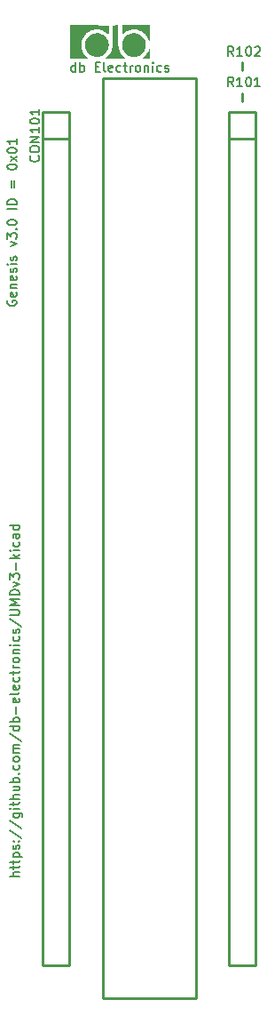
<source format=gto>
G04 #@! TF.GenerationSoftware,KiCad,Pcbnew,(6.0.5)*
G04 #@! TF.CreationDate,2022-08-23T14:59:46-04:00*
G04 #@! TF.ProjectId,genesis-umd,67656e65-7369-4732-9d75-6d642e6b6963,2.2*
G04 #@! TF.SameCoordinates,Original*
G04 #@! TF.FileFunction,Legend,Top*
G04 #@! TF.FilePolarity,Positive*
%FSLAX46Y46*%
G04 Gerber Fmt 4.6, Leading zero omitted, Abs format (unit mm)*
G04 Created by KiCad (PCBNEW (6.0.5)) date 2022-08-23 14:59:46*
%MOMM*%
%LPD*%
G01*
G04 APERTURE LIST*
%ADD10C,0.152400*%
%ADD11C,0.203200*%
%ADD12C,0.010000*%
%ADD13C,0.254000*%
G04 APERTURE END LIST*
D10*
X137752666Y-60981166D02*
X137752666Y-60092166D01*
X137752666Y-60938833D02*
X137668000Y-60981166D01*
X137498666Y-60981166D01*
X137414000Y-60938833D01*
X137371666Y-60896500D01*
X137329333Y-60811833D01*
X137329333Y-60557833D01*
X137371666Y-60473166D01*
X137414000Y-60430833D01*
X137498666Y-60388500D01*
X137668000Y-60388500D01*
X137752666Y-60430833D01*
X138176000Y-60981166D02*
X138176000Y-60092166D01*
X138176000Y-60430833D02*
X138260666Y-60388500D01*
X138430000Y-60388500D01*
X138514666Y-60430833D01*
X138557000Y-60473166D01*
X138599333Y-60557833D01*
X138599333Y-60811833D01*
X138557000Y-60896500D01*
X138514666Y-60938833D01*
X138430000Y-60981166D01*
X138260666Y-60981166D01*
X138176000Y-60938833D01*
X139657666Y-60515500D02*
X139954000Y-60515500D01*
X140081000Y-60981166D02*
X139657666Y-60981166D01*
X139657666Y-60092166D01*
X140081000Y-60092166D01*
X140589000Y-60981166D02*
X140504333Y-60938833D01*
X140462000Y-60854166D01*
X140462000Y-60092166D01*
X141266333Y-60938833D02*
X141181666Y-60981166D01*
X141012333Y-60981166D01*
X140927666Y-60938833D01*
X140885333Y-60854166D01*
X140885333Y-60515500D01*
X140927666Y-60430833D01*
X141012333Y-60388500D01*
X141181666Y-60388500D01*
X141266333Y-60430833D01*
X141308666Y-60515500D01*
X141308666Y-60600166D01*
X140885333Y-60684833D01*
X142070666Y-60938833D02*
X141986000Y-60981166D01*
X141816666Y-60981166D01*
X141732000Y-60938833D01*
X141689666Y-60896500D01*
X141647333Y-60811833D01*
X141647333Y-60557833D01*
X141689666Y-60473166D01*
X141732000Y-60430833D01*
X141816666Y-60388500D01*
X141986000Y-60388500D01*
X142070666Y-60430833D01*
X142324666Y-60388500D02*
X142663333Y-60388500D01*
X142451666Y-60092166D02*
X142451666Y-60854166D01*
X142494000Y-60938833D01*
X142578666Y-60981166D01*
X142663333Y-60981166D01*
X142959666Y-60981166D02*
X142959666Y-60388500D01*
X142959666Y-60557833D02*
X143002000Y-60473166D01*
X143044333Y-60430833D01*
X143129000Y-60388500D01*
X143213666Y-60388500D01*
X143637000Y-60981166D02*
X143552333Y-60938833D01*
X143510000Y-60896500D01*
X143467666Y-60811833D01*
X143467666Y-60557833D01*
X143510000Y-60473166D01*
X143552333Y-60430833D01*
X143637000Y-60388500D01*
X143764000Y-60388500D01*
X143848666Y-60430833D01*
X143891000Y-60473166D01*
X143933333Y-60557833D01*
X143933333Y-60811833D01*
X143891000Y-60896500D01*
X143848666Y-60938833D01*
X143764000Y-60981166D01*
X143637000Y-60981166D01*
X144314333Y-60388500D02*
X144314333Y-60981166D01*
X144314333Y-60473166D02*
X144356666Y-60430833D01*
X144441333Y-60388500D01*
X144568333Y-60388500D01*
X144653000Y-60430833D01*
X144695333Y-60515500D01*
X144695333Y-60981166D01*
X145118666Y-60981166D02*
X145118666Y-60388500D01*
X145118666Y-60092166D02*
X145076333Y-60134500D01*
X145118666Y-60176833D01*
X145161000Y-60134500D01*
X145118666Y-60092166D01*
X145118666Y-60176833D01*
X145923000Y-60938833D02*
X145838333Y-60981166D01*
X145669000Y-60981166D01*
X145584333Y-60938833D01*
X145542000Y-60896500D01*
X145499666Y-60811833D01*
X145499666Y-60557833D01*
X145542000Y-60473166D01*
X145584333Y-60430833D01*
X145669000Y-60388500D01*
X145838333Y-60388500D01*
X145923000Y-60430833D01*
X146261666Y-60938833D02*
X146346333Y-60981166D01*
X146515666Y-60981166D01*
X146600333Y-60938833D01*
X146642666Y-60854166D01*
X146642666Y-60811833D01*
X146600333Y-60727166D01*
X146515666Y-60684833D01*
X146388666Y-60684833D01*
X146304000Y-60642500D01*
X146261666Y-60557833D01*
X146261666Y-60515500D01*
X146304000Y-60430833D01*
X146388666Y-60388500D01*
X146515666Y-60388500D01*
X146600333Y-60430833D01*
X131254500Y-82761666D02*
X131212166Y-82846333D01*
X131212166Y-82973333D01*
X131254500Y-83100333D01*
X131339166Y-83185000D01*
X131423833Y-83227333D01*
X131593166Y-83269666D01*
X131720166Y-83269666D01*
X131889500Y-83227333D01*
X131974166Y-83185000D01*
X132058833Y-83100333D01*
X132101166Y-82973333D01*
X132101166Y-82888666D01*
X132058833Y-82761666D01*
X132016500Y-82719333D01*
X131720166Y-82719333D01*
X131720166Y-82888666D01*
X132058833Y-81999666D02*
X132101166Y-82084333D01*
X132101166Y-82253666D01*
X132058833Y-82338333D01*
X131974166Y-82380666D01*
X131635500Y-82380666D01*
X131550833Y-82338333D01*
X131508500Y-82253666D01*
X131508500Y-82084333D01*
X131550833Y-81999666D01*
X131635500Y-81957333D01*
X131720166Y-81957333D01*
X131804833Y-82380666D01*
X131508500Y-81576333D02*
X132101166Y-81576333D01*
X131593166Y-81576333D02*
X131550833Y-81534000D01*
X131508500Y-81449333D01*
X131508500Y-81322333D01*
X131550833Y-81237666D01*
X131635500Y-81195333D01*
X132101166Y-81195333D01*
X132058833Y-80433333D02*
X132101166Y-80518000D01*
X132101166Y-80687333D01*
X132058833Y-80772000D01*
X131974166Y-80814333D01*
X131635500Y-80814333D01*
X131550833Y-80772000D01*
X131508500Y-80687333D01*
X131508500Y-80518000D01*
X131550833Y-80433333D01*
X131635500Y-80391000D01*
X131720166Y-80391000D01*
X131804833Y-80814333D01*
X132058833Y-80052333D02*
X132101166Y-79967666D01*
X132101166Y-79798333D01*
X132058833Y-79713666D01*
X131974166Y-79671333D01*
X131931833Y-79671333D01*
X131847166Y-79713666D01*
X131804833Y-79798333D01*
X131804833Y-79925333D01*
X131762500Y-80010000D01*
X131677833Y-80052333D01*
X131635500Y-80052333D01*
X131550833Y-80010000D01*
X131508500Y-79925333D01*
X131508500Y-79798333D01*
X131550833Y-79713666D01*
X132101166Y-79290333D02*
X131508500Y-79290333D01*
X131212166Y-79290333D02*
X131254500Y-79332666D01*
X131296833Y-79290333D01*
X131254500Y-79248000D01*
X131212166Y-79290333D01*
X131296833Y-79290333D01*
X132058833Y-78909333D02*
X132101166Y-78824666D01*
X132101166Y-78655333D01*
X132058833Y-78570666D01*
X131974166Y-78528333D01*
X131931833Y-78528333D01*
X131847166Y-78570666D01*
X131804833Y-78655333D01*
X131804833Y-78782333D01*
X131762500Y-78867000D01*
X131677833Y-78909333D01*
X131635500Y-78909333D01*
X131550833Y-78867000D01*
X131508500Y-78782333D01*
X131508500Y-78655333D01*
X131550833Y-78570666D01*
X131508500Y-77554666D02*
X132101166Y-77343000D01*
X131508500Y-77131333D01*
X131212166Y-76877333D02*
X131212166Y-76327000D01*
X131550833Y-76623333D01*
X131550833Y-76496333D01*
X131593166Y-76411666D01*
X131635500Y-76369333D01*
X131720166Y-76327000D01*
X131931833Y-76327000D01*
X132016500Y-76369333D01*
X132058833Y-76411666D01*
X132101166Y-76496333D01*
X132101166Y-76750333D01*
X132058833Y-76835000D01*
X132016500Y-76877333D01*
X132016500Y-75946000D02*
X132058833Y-75903666D01*
X132101166Y-75946000D01*
X132058833Y-75988333D01*
X132016500Y-75946000D01*
X132101166Y-75946000D01*
X131212166Y-75353333D02*
X131212166Y-75268666D01*
X131254500Y-75184000D01*
X131296833Y-75141666D01*
X131381500Y-75099333D01*
X131550833Y-75057000D01*
X131762500Y-75057000D01*
X131931833Y-75099333D01*
X132016500Y-75141666D01*
X132058833Y-75184000D01*
X132101166Y-75268666D01*
X132101166Y-75353333D01*
X132058833Y-75438000D01*
X132016500Y-75480333D01*
X131931833Y-75522666D01*
X131762500Y-75565000D01*
X131550833Y-75565000D01*
X131381500Y-75522666D01*
X131296833Y-75480333D01*
X131254500Y-75438000D01*
X131212166Y-75353333D01*
X132101166Y-73998666D02*
X131212166Y-73998666D01*
X132101166Y-73575333D02*
X131212166Y-73575333D01*
X131212166Y-73363666D01*
X131254500Y-73236666D01*
X131339166Y-73152000D01*
X131423833Y-73109666D01*
X131593166Y-73067333D01*
X131720166Y-73067333D01*
X131889500Y-73109666D01*
X131974166Y-73152000D01*
X132058833Y-73236666D01*
X132101166Y-73363666D01*
X132101166Y-73575333D01*
X131635500Y-72009000D02*
X131635500Y-71331666D01*
X131889500Y-71331666D02*
X131889500Y-72009000D01*
X131212166Y-70061666D02*
X131212166Y-69977000D01*
X131254500Y-69892333D01*
X131296833Y-69850000D01*
X131381500Y-69807666D01*
X131550833Y-69765333D01*
X131762500Y-69765333D01*
X131931833Y-69807666D01*
X132016500Y-69850000D01*
X132058833Y-69892333D01*
X132101166Y-69977000D01*
X132101166Y-70061666D01*
X132058833Y-70146333D01*
X132016500Y-70188666D01*
X131931833Y-70231000D01*
X131762500Y-70273333D01*
X131550833Y-70273333D01*
X131381500Y-70231000D01*
X131296833Y-70188666D01*
X131254500Y-70146333D01*
X131212166Y-70061666D01*
X132101166Y-69469000D02*
X131508500Y-69003333D01*
X131508500Y-69469000D02*
X132101166Y-69003333D01*
X131212166Y-68495333D02*
X131212166Y-68410666D01*
X131254500Y-68326000D01*
X131296833Y-68283666D01*
X131381500Y-68241333D01*
X131550833Y-68199000D01*
X131762500Y-68199000D01*
X131931833Y-68241333D01*
X132016500Y-68283666D01*
X132058833Y-68326000D01*
X132101166Y-68410666D01*
X132101166Y-68495333D01*
X132058833Y-68580000D01*
X132016500Y-68622333D01*
X131931833Y-68664666D01*
X131762500Y-68707000D01*
X131550833Y-68707000D01*
X131381500Y-68664666D01*
X131296833Y-68622333D01*
X131254500Y-68580000D01*
X131212166Y-68495333D01*
X132101166Y-67352333D02*
X132101166Y-67860333D01*
X132101166Y-67606333D02*
X131212166Y-67606333D01*
X131339166Y-67691000D01*
X131423833Y-67775666D01*
X131466166Y-67860333D01*
X132355166Y-137604500D02*
X131466166Y-137604500D01*
X132355166Y-137223500D02*
X131889500Y-137223500D01*
X131804833Y-137265833D01*
X131762500Y-137350500D01*
X131762500Y-137477500D01*
X131804833Y-137562166D01*
X131847166Y-137604500D01*
X131762500Y-136927166D02*
X131762500Y-136588500D01*
X131466166Y-136800166D02*
X132228166Y-136800166D01*
X132312833Y-136757833D01*
X132355166Y-136673166D01*
X132355166Y-136588500D01*
X131762500Y-136419166D02*
X131762500Y-136080500D01*
X131466166Y-136292166D02*
X132228166Y-136292166D01*
X132312833Y-136249833D01*
X132355166Y-136165166D01*
X132355166Y-136080500D01*
X131762500Y-135784166D02*
X132651500Y-135784166D01*
X131804833Y-135784166D02*
X131762500Y-135699500D01*
X131762500Y-135530166D01*
X131804833Y-135445500D01*
X131847166Y-135403166D01*
X131931833Y-135360833D01*
X132185833Y-135360833D01*
X132270500Y-135403166D01*
X132312833Y-135445500D01*
X132355166Y-135530166D01*
X132355166Y-135699500D01*
X132312833Y-135784166D01*
X132312833Y-135022166D02*
X132355166Y-134937500D01*
X132355166Y-134768166D01*
X132312833Y-134683500D01*
X132228166Y-134641166D01*
X132185833Y-134641166D01*
X132101166Y-134683500D01*
X132058833Y-134768166D01*
X132058833Y-134895166D01*
X132016500Y-134979833D01*
X131931833Y-135022166D01*
X131889500Y-135022166D01*
X131804833Y-134979833D01*
X131762500Y-134895166D01*
X131762500Y-134768166D01*
X131804833Y-134683500D01*
X132270500Y-134260166D02*
X132312833Y-134217833D01*
X132355166Y-134260166D01*
X132312833Y-134302500D01*
X132270500Y-134260166D01*
X132355166Y-134260166D01*
X131804833Y-134260166D02*
X131847166Y-134217833D01*
X131889500Y-134260166D01*
X131847166Y-134302500D01*
X131804833Y-134260166D01*
X131889500Y-134260166D01*
X131423833Y-133201833D02*
X132566833Y-133963833D01*
X131423833Y-132270500D02*
X132566833Y-133032500D01*
X131762500Y-131593166D02*
X132482166Y-131593166D01*
X132566833Y-131635500D01*
X132609166Y-131677833D01*
X132651500Y-131762500D01*
X132651500Y-131889500D01*
X132609166Y-131974166D01*
X132312833Y-131593166D02*
X132355166Y-131677833D01*
X132355166Y-131847166D01*
X132312833Y-131931833D01*
X132270500Y-131974166D01*
X132185833Y-132016500D01*
X131931833Y-132016500D01*
X131847166Y-131974166D01*
X131804833Y-131931833D01*
X131762500Y-131847166D01*
X131762500Y-131677833D01*
X131804833Y-131593166D01*
X132355166Y-131169833D02*
X131762500Y-131169833D01*
X131466166Y-131169833D02*
X131508500Y-131212166D01*
X131550833Y-131169833D01*
X131508500Y-131127500D01*
X131466166Y-131169833D01*
X131550833Y-131169833D01*
X131762500Y-130873500D02*
X131762500Y-130534833D01*
X131466166Y-130746500D02*
X132228166Y-130746500D01*
X132312833Y-130704166D01*
X132355166Y-130619500D01*
X132355166Y-130534833D01*
X132355166Y-130238500D02*
X131466166Y-130238500D01*
X132355166Y-129857500D02*
X131889500Y-129857500D01*
X131804833Y-129899833D01*
X131762500Y-129984500D01*
X131762500Y-130111500D01*
X131804833Y-130196166D01*
X131847166Y-130238500D01*
X131762500Y-129053166D02*
X132355166Y-129053166D01*
X131762500Y-129434166D02*
X132228166Y-129434166D01*
X132312833Y-129391833D01*
X132355166Y-129307166D01*
X132355166Y-129180166D01*
X132312833Y-129095500D01*
X132270500Y-129053166D01*
X132355166Y-128629833D02*
X131466166Y-128629833D01*
X131804833Y-128629833D02*
X131762500Y-128545166D01*
X131762500Y-128375833D01*
X131804833Y-128291166D01*
X131847166Y-128248833D01*
X131931833Y-128206500D01*
X132185833Y-128206500D01*
X132270500Y-128248833D01*
X132312833Y-128291166D01*
X132355166Y-128375833D01*
X132355166Y-128545166D01*
X132312833Y-128629833D01*
X132270500Y-127825500D02*
X132312833Y-127783166D01*
X132355166Y-127825500D01*
X132312833Y-127867833D01*
X132270500Y-127825500D01*
X132355166Y-127825500D01*
X132312833Y-127021166D02*
X132355166Y-127105833D01*
X132355166Y-127275166D01*
X132312833Y-127359833D01*
X132270500Y-127402166D01*
X132185833Y-127444500D01*
X131931833Y-127444500D01*
X131847166Y-127402166D01*
X131804833Y-127359833D01*
X131762500Y-127275166D01*
X131762500Y-127105833D01*
X131804833Y-127021166D01*
X132355166Y-126513166D02*
X132312833Y-126597833D01*
X132270500Y-126640166D01*
X132185833Y-126682500D01*
X131931833Y-126682500D01*
X131847166Y-126640166D01*
X131804833Y-126597833D01*
X131762500Y-126513166D01*
X131762500Y-126386166D01*
X131804833Y-126301500D01*
X131847166Y-126259166D01*
X131931833Y-126216833D01*
X132185833Y-126216833D01*
X132270500Y-126259166D01*
X132312833Y-126301500D01*
X132355166Y-126386166D01*
X132355166Y-126513166D01*
X132355166Y-125835833D02*
X131762500Y-125835833D01*
X131847166Y-125835833D02*
X131804833Y-125793500D01*
X131762500Y-125708833D01*
X131762500Y-125581833D01*
X131804833Y-125497166D01*
X131889500Y-125454833D01*
X132355166Y-125454833D01*
X131889500Y-125454833D02*
X131804833Y-125412500D01*
X131762500Y-125327833D01*
X131762500Y-125200833D01*
X131804833Y-125116166D01*
X131889500Y-125073833D01*
X132355166Y-125073833D01*
X131423833Y-124015500D02*
X132566833Y-124777500D01*
X132355166Y-123338166D02*
X131466166Y-123338166D01*
X132312833Y-123338166D02*
X132355166Y-123422833D01*
X132355166Y-123592166D01*
X132312833Y-123676833D01*
X132270500Y-123719166D01*
X132185833Y-123761500D01*
X131931833Y-123761500D01*
X131847166Y-123719166D01*
X131804833Y-123676833D01*
X131762500Y-123592166D01*
X131762500Y-123422833D01*
X131804833Y-123338166D01*
X132355166Y-122914833D02*
X131466166Y-122914833D01*
X131804833Y-122914833D02*
X131762500Y-122830166D01*
X131762500Y-122660833D01*
X131804833Y-122576166D01*
X131847166Y-122533833D01*
X131931833Y-122491500D01*
X132185833Y-122491500D01*
X132270500Y-122533833D01*
X132312833Y-122576166D01*
X132355166Y-122660833D01*
X132355166Y-122830166D01*
X132312833Y-122914833D01*
X132016500Y-122110500D02*
X132016500Y-121433166D01*
X132312833Y-120671166D02*
X132355166Y-120755833D01*
X132355166Y-120925166D01*
X132312833Y-121009833D01*
X132228166Y-121052166D01*
X131889500Y-121052166D01*
X131804833Y-121009833D01*
X131762500Y-120925166D01*
X131762500Y-120755833D01*
X131804833Y-120671166D01*
X131889500Y-120628833D01*
X131974166Y-120628833D01*
X132058833Y-121052166D01*
X132355166Y-120120833D02*
X132312833Y-120205500D01*
X132228166Y-120247833D01*
X131466166Y-120247833D01*
X132312833Y-119443500D02*
X132355166Y-119528166D01*
X132355166Y-119697500D01*
X132312833Y-119782166D01*
X132228166Y-119824500D01*
X131889500Y-119824500D01*
X131804833Y-119782166D01*
X131762500Y-119697500D01*
X131762500Y-119528166D01*
X131804833Y-119443500D01*
X131889500Y-119401166D01*
X131974166Y-119401166D01*
X132058833Y-119824500D01*
X132312833Y-118639166D02*
X132355166Y-118723833D01*
X132355166Y-118893166D01*
X132312833Y-118977833D01*
X132270500Y-119020166D01*
X132185833Y-119062500D01*
X131931833Y-119062500D01*
X131847166Y-119020166D01*
X131804833Y-118977833D01*
X131762500Y-118893166D01*
X131762500Y-118723833D01*
X131804833Y-118639166D01*
X131762500Y-118385166D02*
X131762500Y-118046500D01*
X131466166Y-118258166D02*
X132228166Y-118258166D01*
X132312833Y-118215833D01*
X132355166Y-118131166D01*
X132355166Y-118046500D01*
X132355166Y-117750166D02*
X131762500Y-117750166D01*
X131931833Y-117750166D02*
X131847166Y-117707833D01*
X131804833Y-117665500D01*
X131762500Y-117580833D01*
X131762500Y-117496166D01*
X132355166Y-117072833D02*
X132312833Y-117157500D01*
X132270500Y-117199833D01*
X132185833Y-117242166D01*
X131931833Y-117242166D01*
X131847166Y-117199833D01*
X131804833Y-117157500D01*
X131762500Y-117072833D01*
X131762500Y-116945833D01*
X131804833Y-116861166D01*
X131847166Y-116818833D01*
X131931833Y-116776500D01*
X132185833Y-116776500D01*
X132270500Y-116818833D01*
X132312833Y-116861166D01*
X132355166Y-116945833D01*
X132355166Y-117072833D01*
X131762500Y-116395500D02*
X132355166Y-116395500D01*
X131847166Y-116395500D02*
X131804833Y-116353166D01*
X131762500Y-116268500D01*
X131762500Y-116141500D01*
X131804833Y-116056833D01*
X131889500Y-116014500D01*
X132355166Y-116014500D01*
X132355166Y-115591166D02*
X131762500Y-115591166D01*
X131466166Y-115591166D02*
X131508500Y-115633500D01*
X131550833Y-115591166D01*
X131508500Y-115548833D01*
X131466166Y-115591166D01*
X131550833Y-115591166D01*
X132312833Y-114786833D02*
X132355166Y-114871500D01*
X132355166Y-115040833D01*
X132312833Y-115125500D01*
X132270500Y-115167833D01*
X132185833Y-115210166D01*
X131931833Y-115210166D01*
X131847166Y-115167833D01*
X131804833Y-115125500D01*
X131762500Y-115040833D01*
X131762500Y-114871500D01*
X131804833Y-114786833D01*
X132312833Y-114448166D02*
X132355166Y-114363500D01*
X132355166Y-114194166D01*
X132312833Y-114109500D01*
X132228166Y-114067166D01*
X132185833Y-114067166D01*
X132101166Y-114109500D01*
X132058833Y-114194166D01*
X132058833Y-114321166D01*
X132016500Y-114405833D01*
X131931833Y-114448166D01*
X131889500Y-114448166D01*
X131804833Y-114405833D01*
X131762500Y-114321166D01*
X131762500Y-114194166D01*
X131804833Y-114109500D01*
X131423833Y-113051166D02*
X132566833Y-113813166D01*
X131466166Y-112754833D02*
X132185833Y-112754833D01*
X132270500Y-112712500D01*
X132312833Y-112670166D01*
X132355166Y-112585500D01*
X132355166Y-112416166D01*
X132312833Y-112331500D01*
X132270500Y-112289166D01*
X132185833Y-112246833D01*
X131466166Y-112246833D01*
X132355166Y-111823500D02*
X131466166Y-111823500D01*
X132101166Y-111527166D01*
X131466166Y-111230833D01*
X132355166Y-111230833D01*
X132355166Y-110807500D02*
X131466166Y-110807500D01*
X131466166Y-110595833D01*
X131508500Y-110468833D01*
X131593166Y-110384166D01*
X131677833Y-110341833D01*
X131847166Y-110299500D01*
X131974166Y-110299500D01*
X132143500Y-110341833D01*
X132228166Y-110384166D01*
X132312833Y-110468833D01*
X132355166Y-110595833D01*
X132355166Y-110807500D01*
X131762500Y-110003166D02*
X132355166Y-109791500D01*
X131762500Y-109579833D01*
X131466166Y-109325833D02*
X131466166Y-108775500D01*
X131804833Y-109071833D01*
X131804833Y-108944833D01*
X131847166Y-108860166D01*
X131889500Y-108817833D01*
X131974166Y-108775500D01*
X132185833Y-108775500D01*
X132270500Y-108817833D01*
X132312833Y-108860166D01*
X132355166Y-108944833D01*
X132355166Y-109198833D01*
X132312833Y-109283500D01*
X132270500Y-109325833D01*
X132016500Y-108394500D02*
X132016500Y-107717166D01*
X132355166Y-107293833D02*
X131466166Y-107293833D01*
X132016500Y-107209166D02*
X132355166Y-106955166D01*
X131762500Y-106955166D02*
X132101166Y-107293833D01*
X132355166Y-106574166D02*
X131762500Y-106574166D01*
X131466166Y-106574166D02*
X131508500Y-106616500D01*
X131550833Y-106574166D01*
X131508500Y-106531833D01*
X131466166Y-106574166D01*
X131550833Y-106574166D01*
X132312833Y-105769833D02*
X132355166Y-105854500D01*
X132355166Y-106023833D01*
X132312833Y-106108500D01*
X132270500Y-106150833D01*
X132185833Y-106193166D01*
X131931833Y-106193166D01*
X131847166Y-106150833D01*
X131804833Y-106108500D01*
X131762500Y-106023833D01*
X131762500Y-105854500D01*
X131804833Y-105769833D01*
X132355166Y-105007833D02*
X131889500Y-105007833D01*
X131804833Y-105050166D01*
X131762500Y-105134833D01*
X131762500Y-105304166D01*
X131804833Y-105388833D01*
X132312833Y-105007833D02*
X132355166Y-105092500D01*
X132355166Y-105304166D01*
X132312833Y-105388833D01*
X132228166Y-105431166D01*
X132143500Y-105431166D01*
X132058833Y-105388833D01*
X132016500Y-105304166D01*
X132016500Y-105092500D01*
X131974166Y-105007833D01*
X132355166Y-104203500D02*
X131466166Y-104203500D01*
X132312833Y-104203500D02*
X132355166Y-104288166D01*
X132355166Y-104457500D01*
X132312833Y-104542166D01*
X132270500Y-104584500D01*
X132185833Y-104626833D01*
X131931833Y-104626833D01*
X131847166Y-104584500D01*
X131804833Y-104542166D01*
X131762500Y-104457500D01*
X131762500Y-104288166D01*
X131804833Y-104203500D01*
D11*
X152802166Y-62378166D02*
X152505833Y-61954833D01*
X152294166Y-62378166D02*
X152294166Y-61489166D01*
X152632833Y-61489166D01*
X152717500Y-61531500D01*
X152759833Y-61573833D01*
X152802166Y-61658500D01*
X152802166Y-61785500D01*
X152759833Y-61870166D01*
X152717500Y-61912500D01*
X152632833Y-61954833D01*
X152294166Y-61954833D01*
X153648833Y-62378166D02*
X153140833Y-62378166D01*
X153394833Y-62378166D02*
X153394833Y-61489166D01*
X153310166Y-61616166D01*
X153225500Y-61700833D01*
X153140833Y-61743166D01*
X154199166Y-61489166D02*
X154283833Y-61489166D01*
X154368500Y-61531500D01*
X154410833Y-61573833D01*
X154453166Y-61658500D01*
X154495500Y-61827833D01*
X154495500Y-62039500D01*
X154453166Y-62208833D01*
X154410833Y-62293500D01*
X154368500Y-62335833D01*
X154283833Y-62378166D01*
X154199166Y-62378166D01*
X154114500Y-62335833D01*
X154072166Y-62293500D01*
X154029833Y-62208833D01*
X153987500Y-62039500D01*
X153987500Y-61827833D01*
X154029833Y-61658500D01*
X154072166Y-61573833D01*
X154114500Y-61531500D01*
X154199166Y-61489166D01*
X155342166Y-62378166D02*
X154834166Y-62378166D01*
X155088166Y-62378166D02*
X155088166Y-61489166D01*
X155003500Y-61616166D01*
X154918833Y-61700833D01*
X154834166Y-61743166D01*
X152802166Y-59457166D02*
X152505833Y-59033833D01*
X152294166Y-59457166D02*
X152294166Y-58568166D01*
X152632833Y-58568166D01*
X152717500Y-58610500D01*
X152759833Y-58652833D01*
X152802166Y-58737500D01*
X152802166Y-58864500D01*
X152759833Y-58949166D01*
X152717500Y-58991500D01*
X152632833Y-59033833D01*
X152294166Y-59033833D01*
X153648833Y-59457166D02*
X153140833Y-59457166D01*
X153394833Y-59457166D02*
X153394833Y-58568166D01*
X153310166Y-58695166D01*
X153225500Y-58779833D01*
X153140833Y-58822166D01*
X154199166Y-58568166D02*
X154283833Y-58568166D01*
X154368500Y-58610500D01*
X154410833Y-58652833D01*
X154453166Y-58737500D01*
X154495500Y-58906833D01*
X154495500Y-59118500D01*
X154453166Y-59287833D01*
X154410833Y-59372500D01*
X154368500Y-59414833D01*
X154283833Y-59457166D01*
X154199166Y-59457166D01*
X154114500Y-59414833D01*
X154072166Y-59372500D01*
X154029833Y-59287833D01*
X153987500Y-59118500D01*
X153987500Y-58906833D01*
X154029833Y-58737500D01*
X154072166Y-58652833D01*
X154114500Y-58610500D01*
X154199166Y-58568166D01*
X154834166Y-58652833D02*
X154876500Y-58610500D01*
X154961166Y-58568166D01*
X155172833Y-58568166D01*
X155257500Y-58610500D01*
X155299833Y-58652833D01*
X155342166Y-58737500D01*
X155342166Y-58822166D01*
X155299833Y-58949166D01*
X154791833Y-59457166D01*
X155342166Y-59457166D01*
X134175500Y-68982166D02*
X134217833Y-69024500D01*
X134260166Y-69151500D01*
X134260166Y-69236166D01*
X134217833Y-69363166D01*
X134133166Y-69447833D01*
X134048500Y-69490166D01*
X133879166Y-69532500D01*
X133752166Y-69532500D01*
X133582833Y-69490166D01*
X133498166Y-69447833D01*
X133413500Y-69363166D01*
X133371166Y-69236166D01*
X133371166Y-69151500D01*
X133413500Y-69024500D01*
X133455833Y-68982166D01*
X133371166Y-68431833D02*
X133371166Y-68262500D01*
X133413500Y-68177833D01*
X133498166Y-68093166D01*
X133667500Y-68050833D01*
X133963833Y-68050833D01*
X134133166Y-68093166D01*
X134217833Y-68177833D01*
X134260166Y-68262500D01*
X134260166Y-68431833D01*
X134217833Y-68516500D01*
X134133166Y-68601166D01*
X133963833Y-68643500D01*
X133667500Y-68643500D01*
X133498166Y-68601166D01*
X133413500Y-68516500D01*
X133371166Y-68431833D01*
X134260166Y-67669833D02*
X133371166Y-67669833D01*
X134260166Y-67161833D01*
X133371166Y-67161833D01*
X134260166Y-66272833D02*
X134260166Y-66780833D01*
X134260166Y-66526833D02*
X133371166Y-66526833D01*
X133498166Y-66611500D01*
X133582833Y-66696166D01*
X133625166Y-66780833D01*
X133371166Y-65722500D02*
X133371166Y-65637833D01*
X133413500Y-65553166D01*
X133455833Y-65510833D01*
X133540500Y-65468500D01*
X133709833Y-65426166D01*
X133921500Y-65426166D01*
X134090833Y-65468500D01*
X134175500Y-65510833D01*
X134217833Y-65553166D01*
X134260166Y-65637833D01*
X134260166Y-65722500D01*
X134217833Y-65807166D01*
X134175500Y-65849500D01*
X134090833Y-65891833D01*
X133921500Y-65934166D01*
X133709833Y-65934166D01*
X133540500Y-65891833D01*
X133455833Y-65849500D01*
X133413500Y-65807166D01*
X133371166Y-65722500D01*
X134260166Y-64579500D02*
X134260166Y-65087500D01*
X134260166Y-64833500D02*
X133371166Y-64833500D01*
X133498166Y-64918166D01*
X133582833Y-65002833D01*
X133625166Y-65087500D01*
G36*
X139008604Y-56550281D02*
G01*
X140818892Y-56552454D01*
X140821135Y-56929149D01*
X140821493Y-57007819D01*
X140821612Y-57080920D01*
X140821505Y-57146709D01*
X140821185Y-57203444D01*
X140820664Y-57249381D01*
X140819955Y-57282779D01*
X140819072Y-57301893D01*
X140818372Y-57305844D01*
X140810184Y-57300468D01*
X140792378Y-57286049D01*
X140768057Y-57265150D01*
X140753820Y-57252531D01*
X140642816Y-57163204D01*
X140519797Y-57082301D01*
X140388653Y-57011901D01*
X140253275Y-56954085D01*
X140117551Y-56910932D01*
X140112577Y-56909645D01*
X140004567Y-56886998D01*
X139888350Y-56871668D01*
X139769179Y-56863928D01*
X139652311Y-56864047D01*
X139542999Y-56872297D01*
X139501536Y-56878101D01*
X139340830Y-56912429D01*
X139187172Y-56961830D01*
X139041382Y-57025557D01*
X138904284Y-57102867D01*
X138776699Y-57193013D01*
X138659449Y-57295250D01*
X138553356Y-57408832D01*
X138459243Y-57533015D01*
X138377930Y-57667053D01*
X138310241Y-57810200D01*
X138256997Y-57961711D01*
X138240705Y-58021396D01*
X138223014Y-58098150D01*
X138210435Y-58169719D01*
X138202482Y-58241106D01*
X138198666Y-58317311D01*
X138198498Y-58403336D01*
X138199423Y-58444463D01*
X138207122Y-58574960D01*
X138223194Y-58694269D01*
X138248741Y-58806811D01*
X138284866Y-58917009D01*
X138332671Y-59029285D01*
X138358357Y-59081800D01*
X138434975Y-59217483D01*
X138521466Y-59340670D01*
X138619824Y-59453795D01*
X138732041Y-59559292D01*
X138785303Y-59603116D01*
X138852596Y-59656420D01*
X137198316Y-59656420D01*
X137198316Y-56548109D01*
X139008604Y-56550281D01*
G37*
D12*
X139008604Y-56550281D02*
X140818892Y-56552454D01*
X140821135Y-56929149D01*
X140821493Y-57007819D01*
X140821612Y-57080920D01*
X140821505Y-57146709D01*
X140821185Y-57203444D01*
X140820664Y-57249381D01*
X140819955Y-57282779D01*
X140819072Y-57301893D01*
X140818372Y-57305844D01*
X140810184Y-57300468D01*
X140792378Y-57286049D01*
X140768057Y-57265150D01*
X140753820Y-57252531D01*
X140642816Y-57163204D01*
X140519797Y-57082301D01*
X140388653Y-57011901D01*
X140253275Y-56954085D01*
X140117551Y-56910932D01*
X140112577Y-56909645D01*
X140004567Y-56886998D01*
X139888350Y-56871668D01*
X139769179Y-56863928D01*
X139652311Y-56864047D01*
X139542999Y-56872297D01*
X139501536Y-56878101D01*
X139340830Y-56912429D01*
X139187172Y-56961830D01*
X139041382Y-57025557D01*
X138904284Y-57102867D01*
X138776699Y-57193013D01*
X138659449Y-57295250D01*
X138553356Y-57408832D01*
X138459243Y-57533015D01*
X138377930Y-57667053D01*
X138310241Y-57810200D01*
X138256997Y-57961711D01*
X138240705Y-58021396D01*
X138223014Y-58098150D01*
X138210435Y-58169719D01*
X138202482Y-58241106D01*
X138198666Y-58317311D01*
X138198498Y-58403336D01*
X138199423Y-58444463D01*
X138207122Y-58574960D01*
X138223194Y-58694269D01*
X138248741Y-58806811D01*
X138284866Y-58917009D01*
X138332671Y-59029285D01*
X138358357Y-59081800D01*
X138434975Y-59217483D01*
X138521466Y-59340670D01*
X138619824Y-59453795D01*
X138732041Y-59559292D01*
X138785303Y-59603116D01*
X138852596Y-59656420D01*
X137198316Y-59656420D01*
X137198316Y-56548109D01*
X139008604Y-56550281D01*
G36*
X141735875Y-57498522D02*
G01*
X141735900Y-57655335D01*
X141735997Y-57795992D01*
X141736197Y-57921561D01*
X141736531Y-58033106D01*
X141737030Y-58131693D01*
X141737726Y-58218387D01*
X141738650Y-58294254D01*
X141739834Y-58360359D01*
X141741309Y-58417769D01*
X141743105Y-58467548D01*
X141745255Y-58510762D01*
X141747790Y-58548477D01*
X141750740Y-58581758D01*
X141754138Y-58611671D01*
X141758015Y-58639281D01*
X141762401Y-58665654D01*
X141767329Y-58691855D01*
X141771562Y-58712826D01*
X141803471Y-58835923D01*
X141848172Y-58961231D01*
X141903662Y-59084521D01*
X141967937Y-59201563D01*
X142038994Y-59308126D01*
X142076016Y-59355642D01*
X142111559Y-59396247D01*
X142155659Y-59442828D01*
X142203855Y-59490971D01*
X142251685Y-59536263D01*
X142294690Y-59574291D01*
X142308451Y-59585610D01*
X142337011Y-59608600D01*
X142361471Y-59628523D01*
X142377914Y-59642180D01*
X142381330Y-59645137D01*
X142380951Y-59646990D01*
X142374858Y-59648637D01*
X142362183Y-59650090D01*
X142342057Y-59651360D01*
X142313614Y-59652457D01*
X142275984Y-59653393D01*
X142228301Y-59654180D01*
X142169696Y-59654827D01*
X142099302Y-59655347D01*
X142016251Y-59655750D01*
X141919675Y-59656047D01*
X141808706Y-59656251D01*
X141682476Y-59656370D01*
X141540118Y-59656418D01*
X141500652Y-59656420D01*
X140607366Y-59656420D01*
X140693040Y-59587507D01*
X140812645Y-59480354D01*
X140920136Y-59361442D01*
X141014668Y-59232030D01*
X141095395Y-59093382D01*
X141161473Y-58946758D01*
X141202373Y-58827418D01*
X141210378Y-58800763D01*
X141217558Y-58776845D01*
X141223963Y-58754633D01*
X141229640Y-58733100D01*
X141234639Y-58711216D01*
X141239008Y-58687953D01*
X141242797Y-58662281D01*
X141246055Y-58633172D01*
X141248830Y-58599596D01*
X141251172Y-58560526D01*
X141253128Y-58514931D01*
X141254749Y-58461784D01*
X141256082Y-58400054D01*
X141257177Y-58328714D01*
X141258083Y-58246735D01*
X141258849Y-58153087D01*
X141259523Y-58046742D01*
X141260154Y-57926670D01*
X141260792Y-57791844D01*
X141261484Y-57641233D01*
X141261784Y-57577064D01*
X141266621Y-56552454D01*
X141735875Y-56547872D01*
X141735875Y-57498522D01*
G37*
X141735875Y-57498522D02*
X141735900Y-57655335D01*
X141735997Y-57795992D01*
X141736197Y-57921561D01*
X141736531Y-58033106D01*
X141737030Y-58131693D01*
X141737726Y-58218387D01*
X141738650Y-58294254D01*
X141739834Y-58360359D01*
X141741309Y-58417769D01*
X141743105Y-58467548D01*
X141745255Y-58510762D01*
X141747790Y-58548477D01*
X141750740Y-58581758D01*
X141754138Y-58611671D01*
X141758015Y-58639281D01*
X141762401Y-58665654D01*
X141767329Y-58691855D01*
X141771562Y-58712826D01*
X141803471Y-58835923D01*
X141848172Y-58961231D01*
X141903662Y-59084521D01*
X141967937Y-59201563D01*
X142038994Y-59308126D01*
X142076016Y-59355642D01*
X142111559Y-59396247D01*
X142155659Y-59442828D01*
X142203855Y-59490971D01*
X142251685Y-59536263D01*
X142294690Y-59574291D01*
X142308451Y-59585610D01*
X142337011Y-59608600D01*
X142361471Y-59628523D01*
X142377914Y-59642180D01*
X142381330Y-59645137D01*
X142380951Y-59646990D01*
X142374858Y-59648637D01*
X142362183Y-59650090D01*
X142342057Y-59651360D01*
X142313614Y-59652457D01*
X142275984Y-59653393D01*
X142228301Y-59654180D01*
X142169696Y-59654827D01*
X142099302Y-59655347D01*
X142016251Y-59655750D01*
X141919675Y-59656047D01*
X141808706Y-59656251D01*
X141682476Y-59656370D01*
X141540118Y-59656418D01*
X141500652Y-59656420D01*
X140607366Y-59656420D01*
X140693040Y-59587507D01*
X140812645Y-59480354D01*
X140920136Y-59361442D01*
X141014668Y-59232030D01*
X141095395Y-59093382D01*
X141161473Y-58946758D01*
X141202373Y-58827418D01*
X141210378Y-58800763D01*
X141217558Y-58776845D01*
X141223963Y-58754633D01*
X141229640Y-58733100D01*
X141234639Y-58711216D01*
X141239008Y-58687953D01*
X141242797Y-58662281D01*
X141246055Y-58633172D01*
X141248830Y-58599596D01*
X141251172Y-58560526D01*
X141253128Y-58514931D01*
X141254749Y-58461784D01*
X141256082Y-58400054D01*
X141257177Y-58328714D01*
X141258083Y-58246735D01*
X141258849Y-58153087D01*
X141259523Y-58046742D01*
X141260154Y-57926670D01*
X141260792Y-57791844D01*
X141261484Y-57641233D01*
X141261784Y-57577064D01*
X141266621Y-56552454D01*
X141735875Y-56547872D01*
X141735875Y-57498522D01*
G36*
X144752876Y-58838384D02*
G01*
X144754080Y-58862221D01*
X144755171Y-58899954D01*
X144756125Y-58949920D01*
X144756916Y-59010457D01*
X144757516Y-59079901D01*
X144757901Y-59156591D01*
X144758044Y-59238865D01*
X144758044Y-59656420D01*
X144456688Y-59656420D01*
X144386589Y-59656340D01*
X144322265Y-59656112D01*
X144265665Y-59655756D01*
X144218737Y-59655290D01*
X144183429Y-59654732D01*
X144161691Y-59654103D01*
X144155332Y-59653508D01*
X144161691Y-59647368D01*
X144178856Y-59633098D01*
X144203963Y-59613037D01*
X144225103Y-59596514D01*
X144329647Y-59506347D01*
X144427599Y-59403864D01*
X144516937Y-59291888D01*
X144595638Y-59173241D01*
X144661677Y-59050747D01*
X144713031Y-58927228D01*
X144720448Y-58905443D01*
X144731907Y-58872552D01*
X144742067Y-58846924D01*
X144749413Y-58832218D01*
X144751587Y-58830104D01*
X144752876Y-58838384D01*
G37*
X144752876Y-58838384D02*
X144754080Y-58862221D01*
X144755171Y-58899954D01*
X144756125Y-58949920D01*
X144756916Y-59010457D01*
X144757516Y-59079901D01*
X144757901Y-59156591D01*
X144758044Y-59238865D01*
X144758044Y-59656420D01*
X144456688Y-59656420D01*
X144386589Y-59656340D01*
X144322265Y-59656112D01*
X144265665Y-59655756D01*
X144218737Y-59655290D01*
X144183429Y-59654732D01*
X144161691Y-59654103D01*
X144155332Y-59653508D01*
X144161691Y-59647368D01*
X144178856Y-59633098D01*
X144203963Y-59613037D01*
X144225103Y-59596514D01*
X144329647Y-59506347D01*
X144427599Y-59403864D01*
X144516937Y-59291888D01*
X144595638Y-59173241D01*
X144661677Y-59050747D01*
X144713031Y-58927228D01*
X144720448Y-58905443D01*
X144731907Y-58872552D01*
X144742067Y-58846924D01*
X144749413Y-58832218D01*
X144751587Y-58830104D01*
X144752876Y-58838384D01*
G36*
X139848005Y-57311256D02*
G01*
X139975195Y-57332757D01*
X140097746Y-57368708D01*
X140214568Y-57418418D01*
X140324569Y-57481195D01*
X140426660Y-57556348D01*
X140519748Y-57643184D01*
X140602744Y-57741011D01*
X140674555Y-57849138D01*
X140734092Y-57966873D01*
X140780264Y-58093524D01*
X140806945Y-58201302D01*
X140813038Y-58245730D01*
X140816834Y-58302435D01*
X140818385Y-58366634D01*
X140817743Y-58433543D01*
X140814961Y-58498380D01*
X140810091Y-58556363D01*
X140803186Y-58602708D01*
X140802502Y-58605980D01*
X140764623Y-58741860D01*
X140711053Y-58871475D01*
X140642465Y-58993237D01*
X140630970Y-59010657D01*
X140595739Y-59057487D01*
X140550236Y-59109864D01*
X140498453Y-59163809D01*
X140444383Y-59215339D01*
X140392017Y-59260474D01*
X140346134Y-59294708D01*
X140228889Y-59363112D01*
X140104946Y-59416684D01*
X139976164Y-59455005D01*
X139844401Y-59477655D01*
X139711514Y-59484216D01*
X139579362Y-59474267D01*
X139561807Y-59471657D01*
X139467558Y-59452917D01*
X139379193Y-59426564D01*
X139289589Y-59390320D01*
X139251841Y-59372561D01*
X139134338Y-59306309D01*
X139028456Y-59228395D01*
X138934520Y-59140101D01*
X138852854Y-59042710D01*
X138783785Y-58937507D01*
X138727637Y-58825774D01*
X138684735Y-58708794D01*
X138655405Y-58587852D01*
X138639971Y-58464230D01*
X138638758Y-58339211D01*
X138652093Y-58214079D01*
X138680298Y-58090118D01*
X138723701Y-57968610D01*
X138782626Y-57850838D01*
X138842810Y-57757878D01*
X138923874Y-57659151D01*
X139017429Y-57569557D01*
X139121053Y-57490762D01*
X139232325Y-57424431D01*
X139348825Y-57372230D01*
X139449511Y-57340378D01*
X139584072Y-57314375D01*
X139717267Y-57304898D01*
X139848005Y-57311256D01*
G37*
X139848005Y-57311256D02*
X139975195Y-57332757D01*
X140097746Y-57368708D01*
X140214568Y-57418418D01*
X140324569Y-57481195D01*
X140426660Y-57556348D01*
X140519748Y-57643184D01*
X140602744Y-57741011D01*
X140674555Y-57849138D01*
X140734092Y-57966873D01*
X140780264Y-58093524D01*
X140806945Y-58201302D01*
X140813038Y-58245730D01*
X140816834Y-58302435D01*
X140818385Y-58366634D01*
X140817743Y-58433543D01*
X140814961Y-58498380D01*
X140810091Y-58556363D01*
X140803186Y-58602708D01*
X140802502Y-58605980D01*
X140764623Y-58741860D01*
X140711053Y-58871475D01*
X140642465Y-58993237D01*
X140630970Y-59010657D01*
X140595739Y-59057487D01*
X140550236Y-59109864D01*
X140498453Y-59163809D01*
X140444383Y-59215339D01*
X140392017Y-59260474D01*
X140346134Y-59294708D01*
X140228889Y-59363112D01*
X140104946Y-59416684D01*
X139976164Y-59455005D01*
X139844401Y-59477655D01*
X139711514Y-59484216D01*
X139579362Y-59474267D01*
X139561807Y-59471657D01*
X139467558Y-59452917D01*
X139379193Y-59426564D01*
X139289589Y-59390320D01*
X139251841Y-59372561D01*
X139134338Y-59306309D01*
X139028456Y-59228395D01*
X138934520Y-59140101D01*
X138852854Y-59042710D01*
X138783785Y-58937507D01*
X138727637Y-58825774D01*
X138684735Y-58708794D01*
X138655405Y-58587852D01*
X138639971Y-58464230D01*
X138638758Y-58339211D01*
X138652093Y-58214079D01*
X138680298Y-58090118D01*
X138723701Y-57968610D01*
X138782626Y-57850838D01*
X138842810Y-57757878D01*
X138923874Y-57659151D01*
X139017429Y-57569557D01*
X139121053Y-57490762D01*
X139232325Y-57424431D01*
X139348825Y-57372230D01*
X139449511Y-57340378D01*
X139584072Y-57314375D01*
X139717267Y-57304898D01*
X139848005Y-57311256D01*
G36*
X143333710Y-57311101D02*
G01*
X143381179Y-57312143D01*
X143418964Y-57314201D01*
X143450828Y-57317589D01*
X143480539Y-57322618D01*
X143511861Y-57329603D01*
X143518180Y-57331146D01*
X143601519Y-57354158D01*
X143675828Y-57380587D01*
X143749296Y-57413527D01*
X143786855Y-57432658D01*
X143901270Y-57502357D01*
X144005159Y-57584994D01*
X144097647Y-57679245D01*
X144177858Y-57783783D01*
X144244916Y-57897284D01*
X144297945Y-58018423D01*
X144336068Y-58145875D01*
X144358411Y-58278315D01*
X144360499Y-58300318D01*
X144363658Y-58436162D01*
X144350416Y-58569369D01*
X144321402Y-58698626D01*
X144277245Y-58822620D01*
X144218572Y-58940039D01*
X144146014Y-59049568D01*
X144060198Y-59149896D01*
X143961753Y-59239708D01*
X143883325Y-59297178D01*
X143775306Y-59361809D01*
X143666198Y-59411800D01*
X143550994Y-59449280D01*
X143492349Y-59463390D01*
X143461907Y-59468262D01*
X143419791Y-59472698D01*
X143370167Y-59476500D01*
X143317196Y-59479471D01*
X143265042Y-59481412D01*
X143217869Y-59482127D01*
X143179839Y-59481417D01*
X143156553Y-59479343D01*
X143137177Y-59476150D01*
X143107364Y-59471322D01*
X143074756Y-59466094D01*
X142965566Y-59440986D01*
X142855008Y-59401079D01*
X142746468Y-59348123D01*
X142643334Y-59283869D01*
X142548992Y-59210070D01*
X142510348Y-59174251D01*
X142418524Y-59072871D01*
X142341394Y-58962884D01*
X142278641Y-58843726D01*
X142229949Y-58714836D01*
X142209250Y-58640420D01*
X142199000Y-58586239D01*
X142191310Y-58520412D01*
X142186417Y-58448360D01*
X142184564Y-58375501D01*
X142185988Y-58307253D01*
X142190931Y-58249036D01*
X142191677Y-58243632D01*
X142219610Y-58107905D01*
X142263009Y-57979491D01*
X142321632Y-57858883D01*
X142395240Y-57746570D01*
X142483594Y-57643042D01*
X142486985Y-57639549D01*
X142585458Y-57548703D01*
X142689615Y-57473002D01*
X142801583Y-57411223D01*
X142923486Y-57362142D01*
X143016837Y-57334433D01*
X143050940Y-57325929D01*
X143080229Y-57319722D01*
X143108516Y-57315457D01*
X143139611Y-57312784D01*
X143177326Y-57311350D01*
X143225472Y-57310802D01*
X143272790Y-57310764D01*
X143333710Y-57311101D01*
G37*
X143333710Y-57311101D02*
X143381179Y-57312143D01*
X143418964Y-57314201D01*
X143450828Y-57317589D01*
X143480539Y-57322618D01*
X143511861Y-57329603D01*
X143518180Y-57331146D01*
X143601519Y-57354158D01*
X143675828Y-57380587D01*
X143749296Y-57413527D01*
X143786855Y-57432658D01*
X143901270Y-57502357D01*
X144005159Y-57584994D01*
X144097647Y-57679245D01*
X144177858Y-57783783D01*
X144244916Y-57897284D01*
X144297945Y-58018423D01*
X144336068Y-58145875D01*
X144358411Y-58278315D01*
X144360499Y-58300318D01*
X144363658Y-58436162D01*
X144350416Y-58569369D01*
X144321402Y-58698626D01*
X144277245Y-58822620D01*
X144218572Y-58940039D01*
X144146014Y-59049568D01*
X144060198Y-59149896D01*
X143961753Y-59239708D01*
X143883325Y-59297178D01*
X143775306Y-59361809D01*
X143666198Y-59411800D01*
X143550994Y-59449280D01*
X143492349Y-59463390D01*
X143461907Y-59468262D01*
X143419791Y-59472698D01*
X143370167Y-59476500D01*
X143317196Y-59479471D01*
X143265042Y-59481412D01*
X143217869Y-59482127D01*
X143179839Y-59481417D01*
X143156553Y-59479343D01*
X143137177Y-59476150D01*
X143107364Y-59471322D01*
X143074756Y-59466094D01*
X142965566Y-59440986D01*
X142855008Y-59401079D01*
X142746468Y-59348123D01*
X142643334Y-59283869D01*
X142548992Y-59210070D01*
X142510348Y-59174251D01*
X142418524Y-59072871D01*
X142341394Y-58962884D01*
X142278641Y-58843726D01*
X142229949Y-58714836D01*
X142209250Y-58640420D01*
X142199000Y-58586239D01*
X142191310Y-58520412D01*
X142186417Y-58448360D01*
X142184564Y-58375501D01*
X142185988Y-58307253D01*
X142190931Y-58249036D01*
X142191677Y-58243632D01*
X142219610Y-58107905D01*
X142263009Y-57979491D01*
X142321632Y-57858883D01*
X142395240Y-57746570D01*
X142483594Y-57643042D01*
X142486985Y-57639549D01*
X142585458Y-57548703D01*
X142689615Y-57473002D01*
X142801583Y-57411223D01*
X142923486Y-57362142D01*
X143016837Y-57334433D01*
X143050940Y-57325929D01*
X143080229Y-57319722D01*
X143108516Y-57315457D01*
X143139611Y-57312784D01*
X143177326Y-57311350D01*
X143225472Y-57310802D01*
X143272790Y-57310764D01*
X143333710Y-57311101D01*
G36*
X144758044Y-57254183D02*
G01*
X144757990Y-57362780D01*
X144757832Y-57466277D01*
X144757579Y-57563401D01*
X144757240Y-57652880D01*
X144756821Y-57733440D01*
X144756333Y-57803809D01*
X144755782Y-57862712D01*
X144755177Y-57908879D01*
X144754527Y-57941034D01*
X144753840Y-57957906D01*
X144753469Y-57960217D01*
X144746878Y-57953516D01*
X144745110Y-57949454D01*
X144724731Y-57892036D01*
X144708393Y-57847432D01*
X144694728Y-57812106D01*
X144682367Y-57782523D01*
X144669941Y-57755149D01*
X144669684Y-57754603D01*
X144595453Y-57615241D01*
X144508526Y-57484511D01*
X144410496Y-57364513D01*
X144302959Y-57257346D01*
X144271570Y-57230100D01*
X144141630Y-57130996D01*
X144005991Y-57047738D01*
X143863841Y-56979995D01*
X143714371Y-56927435D01*
X143556771Y-56889726D01*
X143390233Y-56866535D01*
X143383662Y-56865930D01*
X143241241Y-56861235D01*
X143095267Y-56871928D01*
X142948347Y-56897320D01*
X142803090Y-56936719D01*
X142662105Y-56989435D01*
X142528000Y-57054777D01*
X142418818Y-57121451D01*
X142379432Y-57149178D01*
X142336773Y-57180980D01*
X142294735Y-57213787D01*
X142257210Y-57244526D01*
X142228092Y-57270124D01*
X142218044Y-57279889D01*
X142209871Y-57288409D01*
X142203103Y-57294712D01*
X142197607Y-57297447D01*
X142193252Y-57295264D01*
X142189906Y-57286811D01*
X142187435Y-57270737D01*
X142185708Y-57245692D01*
X142184593Y-57210326D01*
X142183957Y-57163285D01*
X142183668Y-57103221D01*
X142183595Y-57028783D01*
X142183603Y-56938618D01*
X142183604Y-56928051D01*
X142183604Y-56548149D01*
X144758044Y-56548149D01*
X144758044Y-57254183D01*
G37*
X144758044Y-57254183D02*
X144757990Y-57362780D01*
X144757832Y-57466277D01*
X144757579Y-57563401D01*
X144757240Y-57652880D01*
X144756821Y-57733440D01*
X144756333Y-57803809D01*
X144755782Y-57862712D01*
X144755177Y-57908879D01*
X144754527Y-57941034D01*
X144753840Y-57957906D01*
X144753469Y-57960217D01*
X144746878Y-57953516D01*
X144745110Y-57949454D01*
X144724731Y-57892036D01*
X144708393Y-57847432D01*
X144694728Y-57812106D01*
X144682367Y-57782523D01*
X144669941Y-57755149D01*
X144669684Y-57754603D01*
X144595453Y-57615241D01*
X144508526Y-57484511D01*
X144410496Y-57364513D01*
X144302959Y-57257346D01*
X144271570Y-57230100D01*
X144141630Y-57130996D01*
X144005991Y-57047738D01*
X143863841Y-56979995D01*
X143714371Y-56927435D01*
X143556771Y-56889726D01*
X143390233Y-56866535D01*
X143383662Y-56865930D01*
X143241241Y-56861235D01*
X143095267Y-56871928D01*
X142948347Y-56897320D01*
X142803090Y-56936719D01*
X142662105Y-56989435D01*
X142528000Y-57054777D01*
X142418818Y-57121451D01*
X142379432Y-57149178D01*
X142336773Y-57180980D01*
X142294735Y-57213787D01*
X142257210Y-57244526D01*
X142228092Y-57270124D01*
X142218044Y-57279889D01*
X142209871Y-57288409D01*
X142203103Y-57294712D01*
X142197607Y-57297447D01*
X142193252Y-57295264D01*
X142189906Y-57286811D01*
X142187435Y-57270737D01*
X142185708Y-57245692D01*
X142184593Y-57210326D01*
X142183957Y-57163285D01*
X142183668Y-57103221D01*
X142183595Y-57028783D01*
X142183603Y-56938618D01*
X142183604Y-56928051D01*
X142183604Y-56548149D01*
X144758044Y-56548149D01*
X144758044Y-57254183D01*
D13*
X149225000Y-149225000D02*
X149225000Y-61595000D01*
X140335000Y-149225000D02*
X149225000Y-149225000D01*
X140335000Y-61595000D02*
X149225000Y-61595000D01*
X140335000Y-61595000D02*
X140335000Y-149225000D01*
X153670000Y-62992000D02*
X153670000Y-63754000D01*
X153670000Y-60071000D02*
X153670000Y-60833000D01*
X134620000Y-67310000D02*
X137160000Y-67310000D01*
X134620000Y-146050000D02*
X137160000Y-146050000D01*
X154940000Y-146050000D02*
X154940000Y-64770000D01*
X152400000Y-146050000D02*
X154940000Y-146050000D01*
X137160000Y-64770000D02*
X134620000Y-64770000D01*
X154940000Y-64770000D02*
X152400000Y-64770000D01*
X152400000Y-64770000D02*
X152400000Y-146050000D01*
X137160000Y-146050000D02*
X137160000Y-64770000D01*
X152400000Y-67310000D02*
X154940000Y-67310000D01*
X134620000Y-64770000D02*
X134620000Y-146050000D01*
M02*

</source>
